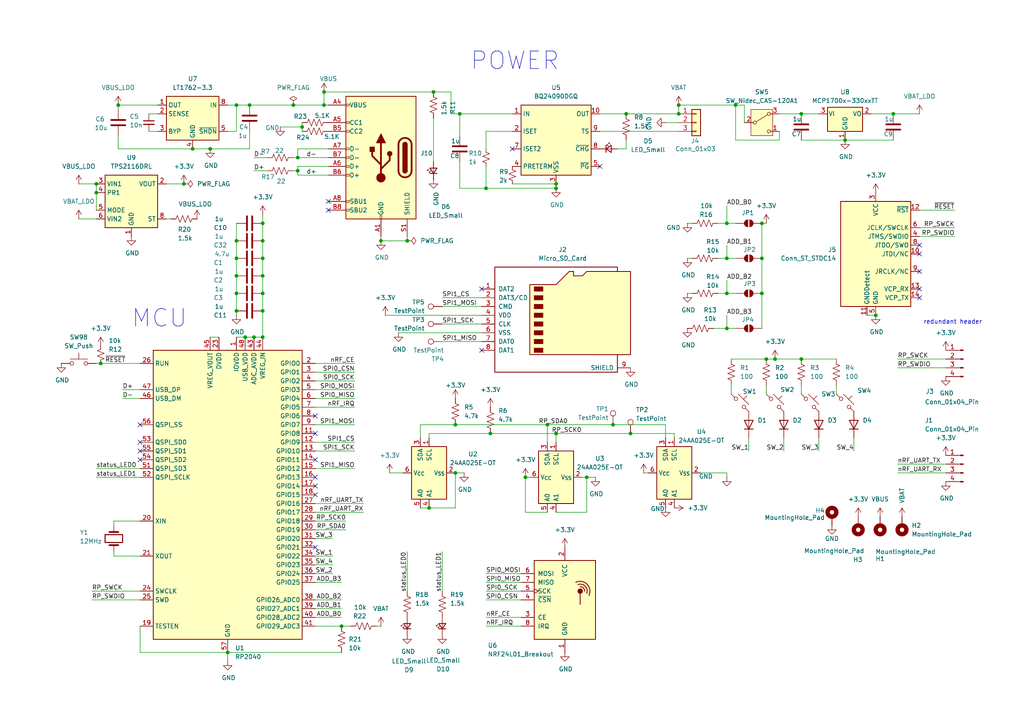
<source format=kicad_sch>
(kicad_sch (version 20250114) (generator "eeschema") (generator_version "9.0")
  (paper "A4")
  (text "POWER" (at 149.352 17.78 0) (effects (font (size 5.08 5.08))))
  (text "redundant header" (at 276.352 93.472 0) (effects (font (size 1.27 1.27))))
  (text "MCU" (at 46.228 92.456 0) (effects (font (size 5.08 5.08))))
  (junction (at 220.98 64.77))
  (junction (at 118.11 69.85))
  (junction (at 181.61 33.02))
  (junction (at 220.98 85.09))
  (junction (at 85.09 30.48))
  (junction (at 210.82 74.93))
  (junction (at 76.2 80.01))
  (junction (at 66.04 189.23))
  (junction (at 76.2 69.85))
  (junction (at 177.8 123.19))
  (junction (at 224.79 104.14))
  (junction (at 86.36 45.72))
  (junction (at 196.85 30.48))
  (junction (at 71.12 97.79))
  (junction (at 254 91.44))
  (junction (at 93.98 26.67))
  (junction (at 53.34 53.34))
  (junction (at 29.21 105.41))
  (junction (at 210.82 95.25))
  (junction (at 161.29 53.34))
  (junction (at 93.98 30.48))
  (junction (at 182.88 125.73))
  (junction (at 142.24 125.73))
  (junction (at 132.08 137.16))
  (junction (at 68.58 85.09))
  (junction (at 68.58 90.17))
  (junction (at 27.94 55.88))
  (junction (at 132.08 123.19))
  (junction (at 68.58 30.48))
  (junction (at 125.73 26.67))
  (junction (at 152.4 138.43))
  (junction (at 259.08 33.02))
  (junction (at 170.18 138.43))
  (junction (at 140.97 54.61))
  (junction (at 222.25 104.14))
  (junction (at 220.98 74.93))
  (junction (at 55.88 43.18))
  (junction (at 76.2 74.93))
  (junction (at 68.58 69.85))
  (junction (at 99.06 181.61))
  (junction (at 158.75 123.19))
  (junction (at 72.39 30.48))
  (junction (at 76.2 97.79))
  (junction (at 133.35 33.02))
  (junction (at 73.66 97.79))
  (junction (at 213.36 30.48))
  (junction (at 232.41 104.14))
  (junction (at 232.41 33.02))
  (junction (at 68.58 80.01))
  (junction (at 27.94 53.34))
  (junction (at 161.29 125.73))
  (junction (at 34.29 30.48))
  (junction (at 124.46 147.32))
  (junction (at 76.2 90.17))
  (junction (at 245.11 40.64))
  (junction (at 210.82 85.09))
  (junction (at 161.29 54.61))
  (junction (at 86.36 49.53))
  (junction (at 76.2 64.77))
  (junction (at 110.49 69.85))
  (junction (at 196.85 33.02))
  (junction (at 60.96 43.18))
  (junction (at 76.2 85.09))
  (junction (at 87.63 36.83))
  (junction (at 68.58 74.93))
  (junction (at 210.82 64.77))
  (no_connect (at 40.64 133.35))
  (no_connect (at 91.44 120.65))
  (no_connect (at 40.64 130.81))
  (no_connect (at 91.44 158.75))
  (no_connect (at 148.59 43.18))
  (no_connect (at 91.44 140.97))
  (no_connect (at 266.7 83.82))
  (no_connect (at 91.44 125.73))
  (no_connect (at 266.7 86.36))
  (no_connect (at 139.7 101.6))
  (no_connect (at 91.44 143.51))
  (no_connect (at 95.25 58.42))
  (no_connect (at 40.64 123.19))
  (no_connect (at 266.7 78.74))
  (no_connect (at 139.7 83.82))
  (no_connect (at 91.44 133.35))
  (no_connect (at 91.44 138.43))
  (no_connect (at 266.7 73.66))
  (no_connect (at 266.7 71.12))
  (no_connect (at 40.64 128.27))
  (no_connect (at 173.99 48.26))
  (no_connect (at 95.25 60.96))
  (wire (pts (xy 140.97 181.61) (xy 151.13 181.61)))
  (wire (pts (xy 99.06 181.61) (xy 91.44 181.61)))
  (wire (pts (xy 210.82 81.28) (xy 210.82 85.09)))
  (wire (pts (xy 100.33 153.67) (xy 91.44 153.67)))
  (wire (pts (xy 130.81 26.67) (xy 130.81 33.02)))
  (wire (pts (xy 66.04 38.1) (xy 68.58 38.1)))
  (wire (pts (xy 60.96 43.18) (xy 55.88 43.18)))
  (wire (pts (xy 173.99 33.02) (xy 181.61 33.02)))
  (wire (pts (xy 85.09 49.53) (xy 86.36 49.53)))
  (wire (pts (xy 113.03 137.16) (xy 116.84 137.16)))
  (wire (pts (xy 140.97 173.99) (xy 151.13 173.99)))
  (wire (pts (xy 105.41 146.05) (xy 91.44 146.05)))
  (wire (pts (xy 203.2 137.16) (xy 210.82 137.16)))
  (wire (pts (xy 213.36 30.48) (xy 213.36 40.64)))
  (wire (pts (xy 118.11 160.02) (xy 118.11 171.45)))
  (wire (pts (xy 161.29 54.61) (xy 161.29 53.34)))
  (wire (pts (xy 35.56 113.03) (xy 40.64 113.03)))
  (wire (pts (xy 72.39 30.48) (xy 85.09 30.48)))
  (wire (pts (xy 68.58 85.09) (xy 68.58 90.17)))
  (wire (pts (xy 124.46 127) (xy 124.46 125.73)))
  (wire (pts (xy 210.82 59.69) (xy 210.82 64.77)))
  (wire (pts (xy 76.2 64.77) (xy 76.2 69.85)))
  (wire (pts (xy 133.35 33.02) (xy 130.81 33.02)))
  (wire (pts (xy 60.96 97.79) (xy 63.5 97.79)))
  (wire (pts (xy 199.39 64.77) (xy 200.66 64.77)))
  (wire (pts (xy 86.36 43.18) (xy 86.36 45.72)))
  (wire (pts (xy 34.29 43.18) (xy 55.88 43.18)))
  (wire (pts (xy 66.04 191.77) (xy 66.04 189.23)))
  (wire (pts (xy 140.97 54.61) (xy 161.29 54.61)))
  (wire (pts (xy 99.06 176.53) (xy 91.44 176.53)))
  (wire (pts (xy 161.29 148.59) (xy 170.18 148.59)))
  (wire (pts (xy 213.36 74.93) (xy 210.82 74.93)))
  (wire (pts (xy 99.06 173.99) (xy 91.44 173.99)))
  (wire (pts (xy 86.36 50.8) (xy 86.36 49.53)))
  (wire (pts (xy 242.57 111.76) (xy 242.57 114.3)))
  (wire (pts (xy 170.18 148.59) (xy 170.18 138.43)))
  (wire (pts (xy 81.28 36.83) (xy 87.63 36.83)))
  (wire (pts (xy 128.27 86.36) (xy 139.7 86.36)))
  (wire (pts (xy 193.04 127) (xy 193.04 123.19)))
  (wire (pts (xy 86.36 43.18) (xy 95.25 43.18)))
  (wire (pts (xy 179.07 43.18) (xy 181.61 43.18)))
  (wire (pts (xy 215.9 30.48) (xy 215.9 35.56)))
  (wire (pts (xy 148.59 53.34) (xy 161.29 53.34)))
  (wire (pts (xy 181.61 33.02) (xy 196.85 33.02)))
  (wire (pts (xy 68.58 80.01) (xy 68.58 85.09)))
  (wire (pts (xy 232.41 104.14) (xy 242.57 104.14)))
  (wire (pts (xy 128.27 88.9) (xy 139.7 88.9)))
  (wire (pts (xy 177.8 123.19) (xy 193.04 123.19)))
  (wire (pts (xy 68.58 90.17) (xy 68.58 91.44)))
  (wire (pts (xy 102.87 123.19) (xy 91.44 123.19)))
  (wire (pts (xy 99.06 181.61) (xy 101.6 181.61)))
  (wire (pts (xy 118.11 69.85) (xy 110.49 69.85)))
  (wire (pts (xy 68.58 97.79) (xy 71.12 97.79)))
  (wire (pts (xy 152.4 148.59) (xy 152.4 138.43)))
  (wire (pts (xy 133.35 46.99) (xy 133.35 54.61)))
  (wire (pts (xy 181.61 40.64) (xy 181.61 43.18)))
  (wire (pts (xy 102.87 130.81) (xy 91.44 130.81)))
  (wire (pts (xy 33.02 151.13) (xy 33.02 152.4)))
  (wire (pts (xy 35.56 115.57) (xy 40.64 115.57)))
  (wire (pts (xy 66.04 30.48) (xy 68.58 30.48)))
  (wire (pts (xy 27.94 53.34) (xy 27.94 55.88)))
  (wire (pts (xy 76.2 80.01) (xy 76.2 85.09)))
  (wire (pts (xy 73.66 97.79) (xy 76.2 97.79)))
  (wire (pts (xy 140.97 166.37) (xy 151.13 166.37)))
  (wire (pts (xy 121.92 123.19) (xy 132.08 123.19)))
  (wire (pts (xy 140.97 38.1) (xy 148.59 38.1)))
  (wire (pts (xy 85.09 30.48) (xy 93.98 30.48)))
  (wire (pts (xy 125.73 46.99) (xy 125.73 34.29)))
  (wire (pts (xy 199.39 74.93) (xy 200.66 74.93)))
  (wire (pts (xy 208.28 85.09) (xy 210.82 85.09)))
  (wire (pts (xy 76.2 85.09) (xy 76.2 90.17)))
  (wire (pts (xy 118.11 68.58) (xy 118.11 69.85)))
  (wire (pts (xy 276.86 60.96) (xy 266.7 60.96)))
  (wire (pts (xy 196.85 33.02) (xy 196.85 30.48)))
  (wire (pts (xy 220.98 74.93) (xy 220.98 85.09)))
  (wire (pts (xy 124.46 125.73) (xy 142.24 125.73)))
  (wire (pts (xy 66.04 189.23) (xy 99.06 189.23)))
  (wire (pts (xy 99.06 168.91) (xy 91.44 168.91)))
  (wire (pts (xy 40.64 161.29) (xy 33.02 161.29)))
  (wire (pts (xy 72.39 38.1) (xy 72.39 43.18)))
  (wire (pts (xy 102.87 107.95) (xy 91.44 107.95)))
  (wire (pts (xy 195.58 125.73) (xy 195.58 127)))
  (wire (pts (xy 128.27 160.02) (xy 128.27 171.45)))
  (wire (pts (xy 121.92 147.32) (xy 124.46 147.32)))
  (wire (pts (xy 34.29 31.75) (xy 34.29 30.48)))
  (wire (pts (xy 158.75 148.59) (xy 152.4 148.59)))
  (wire (pts (xy 40.64 181.61) (xy 40.64 189.23)))
  (wire (pts (xy 133.35 33.02) (xy 133.35 39.37)))
  (wire (pts (xy 87.63 35.56) (xy 87.63 36.83)))
  (wire (pts (xy 102.87 118.11) (xy 91.44 118.11)))
  (wire (pts (xy 110.49 181.61) (xy 109.22 181.61)))
  (wire (pts (xy 93.98 26.67) (xy 125.73 26.67)))
  (wire (pts (xy 102.87 115.57) (xy 91.44 115.57)))
  (wire (pts (xy 196.85 30.48) (xy 213.36 30.48)))
  (wire (pts (xy 222.25 104.14) (xy 224.79 104.14)))
  (wire (pts (xy 276.86 68.58) (xy 266.7 68.58)))
  (wire (pts (xy 133.35 54.61) (xy 140.97 54.61)))
  (wire (pts (xy 102.87 113.03) (xy 91.44 113.03)))
  (wire (pts (xy 212.09 111.76) (xy 212.09 114.3)))
  (wire (pts (xy 86.36 45.72) (xy 85.09 45.72)))
  (wire (pts (xy 68.58 38.1) (xy 68.58 30.48)))
  (wire (pts (xy 210.82 74.93) (xy 208.28 74.93)))
  (wire (pts (xy 247.65 127) (xy 247.65 130.81)))
  (wire (pts (xy 125.73 26.67) (xy 130.81 26.67)))
  (wire (pts (xy 110.49 68.58) (xy 110.49 69.85)))
  (wire (pts (xy 76.2 69.85) (xy 76.2 74.93)))
  (wire (pts (xy 224.79 104.14) (xy 232.41 104.14)))
  (wire (pts (xy 68.58 30.48) (xy 72.39 30.48)))
  (wire (pts (xy 226.06 33.02) (xy 232.41 33.02)))
  (wire (pts (xy 140.97 171.45) (xy 151.13 171.45)))
  (wire (pts (xy 140.97 179.07) (xy 151.13 179.07)))
  (wire (pts (xy 86.36 48.26) (xy 95.25 48.26)))
  (wire (pts (xy 161.29 125.73) (xy 161.29 128.27)))
  (wire (pts (xy 170.18 138.43) (xy 172.72 138.43)))
  (wire (pts (xy 260.35 134.62) (xy 274.32 134.62)))
  (wire (pts (xy 152.4 138.43) (xy 153.67 138.43)))
  (wire (pts (xy 27.94 55.88) (xy 27.94 60.96)))
  (wire (pts (xy 210.82 64.77) (xy 213.36 64.77)))
  (wire (pts (xy 260.35 106.68) (xy 274.32 106.68)))
  (wire (pts (xy 71.12 97.79) (xy 73.66 97.79)))
  (wire (pts (xy 260.35 104.14) (xy 274.32 104.14)))
  (wire (pts (xy 237.49 130.81) (xy 237.49 127)))
  (wire (pts (xy 68.58 69.85) (xy 68.58 74.93)))
  (wire (pts (xy 199.39 85.09) (xy 200.66 85.09)))
  (wire (pts (xy 43.18 33.02) (xy 45.72 33.02)))
  (wire (pts (xy 34.29 30.48) (xy 45.72 30.48)))
  (wire (pts (xy 26.67 173.99) (xy 40.64 173.99)))
  (wire (pts (xy 142.24 125.73) (xy 161.29 125.73)))
  (wire (pts (xy 27.94 105.41) (xy 29.21 105.41)))
  (wire (pts (xy 73.66 49.53) (xy 77.47 49.53)))
  (wire (pts (xy 27.94 138.43) (xy 40.64 138.43)))
  (wire (pts (xy 48.26 53.34) (xy 53.34 53.34)))
  (wire (pts (xy 232.41 111.76) (xy 232.41 114.3)))
  (wire (pts (xy 210.82 137.16) (xy 210.82 138.43)))
  (wire (pts (xy 72.39 43.18) (xy 60.96 43.18)))
  (wire (pts (xy 68.58 74.93) (xy 68.58 80.01)))
  (wire (pts (xy 86.36 48.26) (xy 86.36 49.53)))
  (wire (pts (xy 34.29 39.37) (xy 34.29 43.18)))
  (wire (pts (xy 93.98 30.48) (xy 95.25 30.48)))
  (wire (pts (xy 210.82 71.12) (xy 210.82 74.93)))
  (wire (pts (xy 276.86 66.04) (xy 266.7 66.04)))
  (wire (pts (xy 210.82 85.09) (xy 213.36 85.09)))
  (wire (pts (xy 207.01 95.25) (xy 210.82 95.25)))
  (wire (pts (xy 33.02 161.29) (xy 33.02 160.02)))
  (wire (pts (xy 213.36 30.48) (xy 215.9 30.48)))
  (wire (pts (xy 217.17 130.81) (xy 217.17 127)))
  (wire (pts (xy 128.27 99.06) (xy 139.7 99.06)))
  (wire (pts (xy 86.36 50.8) (xy 95.25 50.8)))
  (wire (pts (xy 29.21 105.41) (xy 40.64 105.41)))
  (wire (pts (xy 132.08 137.16) (xy 134.62 137.16)))
  (wire (pts (xy 96.52 156.21) (xy 91.44 156.21)))
  (wire (pts (xy 102.87 128.27) (xy 91.44 128.27)))
  (wire (pts (xy 77.47 45.72) (xy 73.66 45.72)))
  (wire (pts (xy 102.87 135.89) (xy 91.44 135.89)))
  (wire (pts (xy 182.88 125.73) (xy 195.58 125.73)))
  (wire (pts (xy 26.67 171.45) (xy 40.64 171.45)))
  (wire (pts (xy 193.04 35.56) (xy 196.85 35.56)))
  (wire (pts (xy 158.75 123.19) (xy 177.8 123.19)))
  (wire (pts (xy 76.2 74.93) (xy 76.2 80.01)))
  (wire (pts (xy 226.06 40.64) (xy 213.36 40.64)))
  (wire (pts (xy 132.08 123.19) (xy 158.75 123.19)))
  (wire (pts (xy 251.46 91.44) (xy 254 91.44)))
  (wire (pts (xy 161.29 125.73) (xy 182.88 125.73)))
  (wire (pts (xy 128.27 93.98) (xy 139.7 93.98)))
  (wire (pts (xy 99.06 179.07) (xy 91.44 179.07)))
  (wire (pts (xy 76.2 62.23) (xy 76.2 64.77)))
  (wire (pts (xy 148.59 33.02) (xy 133.35 33.02)))
  (wire (pts (xy 93.98 26.67) (xy 93.98 30.48)))
  (wire (pts (xy 105.41 148.59) (xy 91.44 148.59)))
  (wire (pts (xy 220.98 64.77) (xy 220.98 74.93)))
  (wire (pts (xy 49.53 63.5) (xy 48.26 63.5)))
  (wire (pts (xy 173.99 38.1) (xy 196.85 38.1)))
  (wire (pts (xy 96.52 166.37) (xy 91.44 166.37)))
  (wire (pts (xy 22.86 53.34) (xy 27.94 53.34)))
  (wire (pts (xy 115.57 96.52) (xy 139.7 96.52)))
  (wire (pts (xy 68.58 64.77) (xy 68.58 69.85)))
  (wire (pts (xy 124.46 147.32) (xy 132.08 147.32)))
  (wire (pts (xy 132.08 147.32) (xy 132.08 137.16)))
  (wire (pts (xy 210.82 91.44) (xy 210.82 95.25)))
  (wire (pts (xy 111.76 91.44) (xy 139.7 91.44)))
  (wire (pts (xy 87.63 36.83) (xy 87.63 38.1)))
  (wire (pts (xy 27.94 135.89) (xy 40.64 135.89)))
  (wire (pts (xy 210.82 95.25) (xy 213.36 95.25)))
  (wire (pts (xy 76.2 90.17) (xy 76.2 97.79)))
  (wire (pts (xy 245.11 40.64) (xy 259.08 40.64)))
  (wire (pts (xy 232.41 33.02) (xy 237.49 33.02)))
  (wire (pts (xy 95.25 45.72) (xy 86.36 45.72)))
  (wire (pts (xy 227.33 130.81) (xy 227.33 127)))
  (wire (pts (xy 222.25 64.77) (xy 220.98 64.77)))
  (wire (pts (xy 140.97 43.18) (xy 140.97 38.1)))
  (wire (pts (xy 102.87 110.49) (xy 91.44 110.49)))
  (wire (pts (xy 260.35 137.16) (xy 274.32 137.16)))
  (wire (pts (xy 158.75 123.19) (xy 158.75 128.27)))
  (wire (pts (xy 226.06 38.1) (xy 226.06 40.64)))
  (wire (pts (xy 222.25 111.76) (xy 222.25 114.3)))
  (wire (pts (xy 186.69 137.16) (xy 187.96 137.16)))
  (wire (pts (xy 102.87 105.41) (xy 91.44 105.41)))
  (wire (pts (xy 43.18 38.1) (xy 45.72 38.1)))
  (wire (pts (xy 40.64 189.23) (xy 66.04 189.23)))
  (wire (pts (xy 140.97 48.26) (xy 140.97 54.61)))
  (wire (pts (xy 96.52 161.29) (xy 91.44 161.29)))
  (wire (pts (xy 212.09 104.14) (xy 222.25 104.14)))
  (wire (pts (xy 252.73 33.02) (xy 259.08 33.02)))
  (wire (pts (xy 100.33 151.13) (xy 91.44 151.13)))
  (wire (pts (xy 232.41 40.64) (xy 245.11 40.64)))
  (wire (pts (xy 168.91 138.43) (xy 170.18 138.43)))
  (wire (pts (xy 22.86 63.5) (xy 27.94 63.5)))
  (wire (pts (xy 220.98 85.09) (xy 220.98 95.25)))
  (wire (pts (xy 96.52 163.83) (xy 91.44 163.83)))
  (wire (pts (xy 121.92 123.19) (xy 121.92 127)))
  (wire (pts (xy 140.97 168.91) (xy 151.13 168.91)))
  (wire (pts (xy 208.28 64.77) (xy 210.82 64.77)))
  (wire (pts (xy 266.7 33.02) (xy 259.08 33.02)))
  (wire (pts (xy 40.64 151.13) (xy 33.02 151.13)))
  (label "status_LED1" (at 128.27 160.02 270))
  (label "SPI0_MOSI" (at 140.97 166.37 0))
  (label "RP_SWCK" (at 260.35 104.14 0))
  (label "d-" (at 88.9 45.72 0))
  (label "RP_SWDIO" (at 26.67 173.99 0))
  (label "status_LED1" (at 27.94 138.43 0))
  (label "SPI1_CS" (at 128.27 86.36 0))
  (label "SPI0_SCK" (at 102.87 110.49 180))
  (label "SW_1" (at 96.52 161.29 180))
  (label "D-" (at 35.56 115.57 0))
  (label "ADD_B0" (at 99.06 179.07 180))
  (label "RP_SWDIO" (at 276.86 68.58 180))
  (label "~{RESET}" (at 276.86 60.96 180))
  (label "SPI0_CSN" (at 140.97 173.99 0))
  (label "nRF_IRQ" (at 140.97 181.61 0))
  (label "~{RESET}" (at 30.48 105.41 0))
  (label "SPI0_CSN" (at 102.87 107.95 180))
  (label "D-" (at 73.66 45.72 0))
  (label "SPI1_MOSI" (at 102.87 123.19 180))
  (label "d+" (at 88.9 50.8 0))
  (label "nRF_UART_TX" (at 260.35 134.62 0))
  (label "ADD_B1" (at 99.06 176.53 180))
  (label "RP_SWCK" (at 26.67 171.45 0))
  (label "ADD_B0" (at 210.82 59.69 0))
  (label "RP_SWDIO" (at 260.35 106.68 0))
  (label "SPI0_SCK" (at 140.97 171.45 0))
  (label "status_LED0" (at 27.94 135.89 0))
  (label "D+" (at 35.56 113.03 0))
  (label "RP_SDA0" (at 100.33 153.67 180))
  (label "SW_3" (at 237.49 130.81 180))
  (label "ADD_B1" (at 210.82 71.12 0))
  (label "RP_SWCK" (at 276.86 66.04 180))
  (label "SPI1_MISO" (at 102.87 135.89 180))
  (label "SW_3" (at 96.52 156.21 180))
  (label "SPI0_MISO" (at 102.87 115.57 180))
  (label "SW_1" (at 217.17 130.81 180))
  (label "D+" (at 73.66 49.53 0))
  (label "nRF_UART_RX" (at 105.41 148.59 180))
  (label "SW_2" (at 227.33 130.81 180))
  (label "SPI1_SCK" (at 102.87 130.81 180))
  (label "status_LED0" (at 118.11 160.02 270))
  (label "ADD_B2" (at 99.06 173.99 180))
  (label "ADD_B3" (at 99.06 168.91 180))
  (label "RP_SCK0" (at 160.02 125.73 0))
  (label "ADD_B3" (at 210.82 91.44 0))
  (label "SW_4" (at 96.52 163.83 180))
  (label "SW_4" (at 247.65 130.81 180))
  (label "SPI1_MISO" (at 128.27 99.06 0))
  (label "SPI0_MOSI" (at 102.87 113.03 180))
  (label "nRF_CE" (at 140.97 179.07 0))
  (label "SPI1_SCK" (at 128.27 93.98 0))
  (label "SPI0_MISO" (at 140.97 168.91 0))
  (label "RP_SCK0" (at 100.33 151.13 180))
  (label "nRF_UART_RX" (at 260.35 137.16 0))
  (label "RP_SDA0" (at 156.21 123.19 0))
  (label "nRF_UART_TX" (at 105.41 146.05 180))
  (label "SW_2" (at 96.52 166.37 180))
  (label "ADD_B2" (at 210.82 81.28 0))
  (label "SPI1_MOSI" (at 128.27 88.9 0))
  (label "SPI1_CS" (at 102.87 128.27 180))
  (label "nRF_CE" (at 102.87 105.41 180))
  (label "nRF_IRQ" (at 102.87 118.11 180))
  (symbol (lib_id "Switch:SW_Push") (at 22.86 105.41 0) (mirror y) (unit 1)
    (property "Reference" "SW98" (at 22.86 97.79 0))
    (property "Value" "SW_Push" (at 22.86 100.33 0))
    (property "Footprint" "ScottoKeebs_Miscellaneous:SW_DIP_SPSTx01_Slide_6.7x4.1mm_W6.73mm_P2.54mm_LowProfile_JPin" (effects (hide yes)))
    (property "Description" "Push button switch, generic, two pins" (effects (hide yes)))
    (property "LCSC" "C720477" (effects (hide yes)))
  )
  (symbol (lib_id "Switch:SW_Push_45deg") (at 224.79 116.84 0) (unit 1)
    (property "Reference" "SW2" (at 228.346 113.03 0))
    (property "Value" "`" (effects (hide yes)))
    (property "Footprint" "ScottoKeebs_MX:MX_PCB_1.00u" (effects (hide yes)))
    (property "Description" "Push button switch, normally open, two pins, 45° tilted" (effects (hide yes)))
    (property "LCSC" "C41430893" (effects (hide yes)))
  )
  (symbol (lib_id "power:+3.3V") (at 76.2 62.23 0) (unit 1)
    (property "Reference" "#PWR04" (effects (hide yes)))
    (property "Value" "+3.3V" (at 76.2 57.15 0))
    (property "Description" "Power symbol creates a global label with name \"+3.3V\"" (effects (hide yes)))
  )
  (symbol (lib_id "power:+3.3V") (at 29.21 100.33 0) (unit 1)
    (property "Reference" "#PWR023" (effects (hide yes)))
    (property "Value" "+3.3V" (at 29.21 95.25 0))
    (property "Description" "Power symbol creates a global label with name \"+3.3V\"" (effects (hide yes)))
  )
  (symbol (lib_id "Mechanical:MountingHole_Pad") (at 261.62 152.4 180) (unit 1) (in_bom no)
    (property "Reference" "H2" (at 264.414 152.4 0) (effects (justify right)))
    (property "Value" "MountingHole_Pad" (at 264.414 154.94 0) (effects (justify right)))
    (property "Footprint" "MountingHole:MountingHole_2.2mm_M2_Pad_Via" (effects (hide yes)))
    (property "Description" "Mounting Hole with connection" (effects (hide yes)))
  )
  (symbol (lib_id "power:VBUS") (at 93.98 26.67 0) (unit 1)
    (property "Reference" "#PWR07" (effects (hide yes)))
    (property "Value" "VBUS" (at 95.25 22.86 0))
    (property "Description" "Power symbol creates a global label with name \"VBUS\"" (effects (hide yes)))
  )
  (symbol (lib_id "power:GND") (at 182.88 106.68 0) (mirror y) (unit 1)
    (property "Reference" "#PWR014" (effects (hide yes)))
    (property "Value" "GND" (at 183.134 111.506 0))
    (property "Description" "Power symbol creates a global label with name \"GND\" , ground" (effects (hide yes)))
  )
  (symbol (lib_id "Device:C") (at 72.39 34.29 0) (mirror x) (unit 1)
    (property "Reference" "C4" (at 69.342 36.83 0) (effects (justify left)))
    (property "Value" "1u" (at 69.088 39.37 0) (effects (justify left)))
    (property "Footprint" "Capacitor_SMD:C_0603_1608Metric" (effects (hide yes)))
    (property "Description" "Unpolarized capacitor" (effects (hide yes)))
    (property "LCSC" "C14858" (effects (hide yes)))
  )
  (symbol (lib_id "Device:C") (at 72.39 64.77 90) (mirror x) (unit 1)
    (property "Reference" "C10" (at 61.976 66.04 90) (effects (justify right)))
    (property "Value" "1u" (at 62.23 63.5 90) (effects (justify right)))
    (property "Footprint" "Capacitor_SMD:C_0603_1608Metric" (effects (hide yes)))
    (property "Description" "Unpolarized capacitor" (effects (hide yes)))
    (property "LCSC" "C14858" (effects (hide yes)))
  )
  (symbol (lib_id "Regulator_Linear:LT1762-3.3") (at 55.88 35.56 0) (mirror y) (unit 1)
    (property "Reference" "U7" (at 55.88 22.86 0))
    (property "Value" "LT1762-3.3" (at 55.88 25.4 0))
    (property "Footprint" "Package_SO:MSOP-8_3x3mm_P0.65mm" (effects (hide yes)))
    (property "Datasheet" "https://www.analog.com/media/en/technical-documentation/data-sheets/LT1762.pdf" (effects (hide yes)))
    (property "Description" "3.3V, 150mA, Low Noise, Micropower LDO Regulator, MSOP-8" (effects (hide yes)))
  )
  (symbol (lib_id "Connector:TestPoint") (at 128.27 93.98 90) (unit 1)
    (property "Reference" "TP3" (at 123.19 92.71 90) (effects (justify left)))
    (property "Value" "TestPoint" (at 123.19 95.25 90) (effects (justify left)))
    (property "Footprint" "TestPoint:TestPoint_Keystone_5010-5014_Multipurpose" (effects (hide yes)))
    (property "Description" "test point" (effects (hide yes)))
  )
  (symbol (lib_id "Jumper:SolderJumper_2_Open") (at 217.17 64.77 0) (unit 1) (in_bom no)
    (property "Reference" "JP1" (at 216.916 61.722 0))
    (property "Value" "SolderJumper_2_Open" (effects (hide yes)))
    (property "Footprint" "Jumper:SolderJumper-2_P1.3mm_Open_RoundedPad1.0x1.5mm" (effects (hide yes)))
    (property "Description" "Solder Jumper, 2-pole, open" (effects (hide yes)))
  )
  (symbol (lib_id "Connector:Conn_01x04_Pin") (at 279.4 104.14 0) (mirror y) (unit 1)
    (property "Reference" "J3" (at 268.478 113.538 0) (effects (justify right)))
    (property "Value" "Conn_01x04_Pin" (at 268.224 116.586 0) (effects (justify right)))
    (property "Footprint" "Connector_PinHeader_2.54mm:PinHeader_1x04_P2.54mm_Vertical" (effects (hide yes)))
    (property "Description" "Generic connector, single row, 01x04, script generated" (effects (hide yes)))
  )
  (symbol (lib_id "Mechanical:MountingHole_Pad") (at 255.27 152.4 180) (unit 1) (in_bom no)
    (property "Reference" "H1" (at 255.27 162.052 0))
    (property "Value" "MountingHole_Pad" (at 262.636 160.02 0))
    (property "Footprint" "MountingHole:MountingHole_2.2mm_M2_Pad_Via" (effects (hide yes)))
    (property "Description" "Mounting Hole with connection" (effects (hide yes)))
  )
  (symbol (lib_id "Device:R_US") (at 132.08 119.38 0) (unit 1)
    (property "Reference" "R5" (at 134.62 118.1099 0) (effects (justify left)))
    (property "Value" "4.7k" (at 134.62 120.6499 0) (effects (justify left)))
    (property "Footprint" "Resistor_SMD:R_0603_1608Metric" (effects (hide yes)))
    (property "Description" "Resistor, US symbol" (effects (hide yes)))
  )
  (symbol (lib_id "Device:R_Small_US") (at 29.21 102.87 0) (mirror y) (unit 1)
    (property "Reference" "R12" (at 31.496 101.346 0) (effects (justify right)))
    (property "Value" "10k" (at 31.496 98.806 0) (effects (justify right)))
    (property "Footprint" "Resistor_SMD:R_0603_1608Metric" (effects (hide yes)))
    (property "Description" "Resistor, small US symbol" (effects (hide yes)))
    (property "LCSC" "C25804" (effects (hide yes)))
  )
  (symbol (lib_id "Connector_Generic:Conn_01x03") (at 201.93 35.56 0) (unit 1)
    (property "Reference" "J4" (at 200.406 40.894 0) (effects (justify left)))
    (property "Value" "Conn_01x03" (at 195.834 43.18 0) (effects (justify left)))
    (property "Footprint" "Connector_JST:JST_ZH_B3B-ZR_1x03_P1.50mm_Vertical" (effects (hide yes)))
    (property "Description" "Generic connector, single row, 01x03, script generated (kicad-library-utils/schlib/autogen/connector/)" (effects (hide yes)))
    (property "LCSC" "C514175" (effects (hide yes)))
  )
  (symbol (lib_id "Device:LED_Small") (at 125.73 49.53 90) (unit 1)
    (property "Reference" "D6" (at 129.286 59.944 90))
    (property "Value" "LED_Small" (at 129.286 62.484 90))
    (property "Footprint" "LED_THT:LED_D5.0mm" (effects (hide yes)))
    (property "Description" "Light emitting diode, small symbol" (effects (hide yes)))
    (property "Sim.Pin" "1=K 2=A" (effects (hide yes)))
  )
  (symbol (lib_id "power:+3.3V") (at 132.08 115.57 0) (unit 1)
    (property "Reference" "#PWR012" (effects (hide yes)))
    (property "Value" "+3.3V" (at 132.08 111.76 0))
    (property "Description" "Power symbol creates a global label with name \"+3.3V\"" (effects (hide yes)))
  )
  (symbol (lib_id "power:GND") (at 68.58 91.44 0) (mirror y) (unit 1)
    (property "Reference" "#PWR029" (effects (hide yes)))
    (property "Value" "GND" (at 68.834 96.266 0))
    (property "Description" "Power symbol creates a global label with name \"GND\" , ground" (effects (hide yes)))
  )
  (symbol (lib_id "power:+3.3V") (at 53.34 53.34 0) (unit 1)
    (property "Reference" "#PWR09" (effects (hide yes)))
    (property "Value" "+3.3V" (at 53.34 48.26 0))
    (property "Description" "Power symbol creates a global label with name \"+3.3V\"" (effects (hide yes)))
  )
  (symbol (lib_id "power:GND") (at 199.39 85.09 0) (mirror y) (unit 1)
    (property "Reference" "#PWR041" (effects (hide yes)))
    (property "Value" "GND" (at 199.644 89.916 0))
    (property "Description" "Power symbol creates a global label with name \"GND\" , ground" (effects (hide yes)))
  )
  (symbol (lib_id "power:GND") (at 274.32 109.22 0) (mirror y) (unit 1)
    (property "Reference" "#PWR030" (effects (hide yes)))
    (property "Value" "GND" (at 274.574 114.046 0))
    (property "Description" "Power symbol creates a global label with name \"GND\" , ground" (effects (hide yes)))
  )
  (symbol (lib_id "power:VDD") (at 196.85 30.48 0) (unit 1)
    (property "Reference" "#PWR031" (effects (hide yes)))
    (property "Value" "VBAT" (at 196.85 25.4 0))
    (property "Description" "Power symbol creates a global label with name \"VDD\"" (effects (hide yes)))
  )
  (symbol (lib_id "Connector:Conn_01x04_Pin") (at 279.4 134.62 0) (mirror y) (unit 1)
    (property "Reference" "J1" (at 268.224 121.92 0) (effects (justify right)))
    (property "Value" "Conn_01x04_Pin" (at 268.224 124.46 0) (effects (justify right)))
    (property "Footprint" "Connector_JST:JST_PH_B4B-PH-K_1x04_P2.00mm_Vertical" (effects (hide yes)))
    (property "Description" "Generic connector, single row, 01x04, script generated" (effects (hide yes)))
  )
  (symbol (lib_id "power:GND") (at 161.29 54.61 0) (mirror y) (unit 1)
    (property "Reference" "#PWR033" (effects (hide yes)))
    (property "Value" "GND" (at 161.544 59.436 0))
    (property "Description" "Power symbol creates a global label with name \"GND\" , ground" (effects (hide yes)))
  )
  (symbol (lib_id "Memory_EEPROM:24AA025E-OT") (at 124.46 137.16 90) (unit 1)
    (property "Reference" "U2" (at 137.16 131.7146 90))
    (property "Value" "24AA025E-OT" (at 137.16 134.2546 90))
    (property "Footprint" "Package_TO_SOT_SMD:SOT-23-6" (effects (hide yes)))
    (property "Datasheet" "https://ww1.microchip.com/downloads/aemDocuments/documents/MPD/ProductDocuments/DataSheets/2-Kbit-I2C-Serial-EEPROMs-+EUI-48-or-EUI-64-Node-20002124.pdf" (effects (hide yes)))
    (property "Description" "I2C Serial EEPROM with EUI-48 or EUI-64, 2Kb, SOT-23-6" (effects (hide yes)))
  )
  (symbol (lib_id "Device:R_US") (at 99.06 185.42 0) (unit 1)
    (property "Reference" "R21" (at 101.092 185.42 0) (effects (justify left)))
    (property "Value" "10k" (at 101.092 187.96 0) (effects (justify left)))
    (property "Footprint" "Resistor_SMD:R_0603_1608Metric" (effects (hide yes)))
    (property "Description" "Resistor, US symbol" (effects (hide yes)))
  )
  (symbol (lib_id "power:GND") (at 199.39 95.25 0) (mirror y) (unit 1)
    (property "Reference" "#PWR039" (effects (hide yes)))
    (property "Value" "GND" (at 199.644 100.076 0))
    (property "Description" "Power symbol creates a global label with name \"GND\" , ground" (effects (hide yes)))
  )
  (symbol (lib_id "Device:C") (at 72.39 80.01 90) (mirror x) (unit 1)
    (property "Reference" "C2" (at 61.976 81.28 90) (effects (justify right)))
    (property "Value" "1u" (at 62.23 78.74 90) (effects (justify right)))
    (property "Footprint" "Capacitor_SMD:C_0603_1608Metric" (effects (hide yes)))
    (property "Description" "Unpolarized capacitor" (effects (hide yes)))
    (property "LCSC" "C14858" (effects (hide yes)))
  )
  (symbol (lib_id "power:+3.3V") (at 34.29 30.48 0) (unit 1)
    (property "Reference" "#PWR019" (effects (hide yes)))
    (property "Value" "VBUS_LDO" (at 34.29 25.4 0))
    (property "Description" "Power symbol creates a global label with name \"+3.3V\"" (effects (hide yes)))
  )
  (symbol (lib_id "Device:R_US") (at 118.11 175.26 0) (unit 1)
    (property "Reference" "R18" (at 120.396 172.466 0) (effects (justify left)))
    (property "Value" "1.5k" (at 120.396 175.006 0) (effects (justify left)))
    (property "Footprint" "Resistor_SMD:R_0603_1608Metric" (effects (hide yes)))
    (property "Description" "Resistor, US symbol" (effects (hide yes)))
  )
  (symbol (lib_id "power:GND") (at 199.39 74.93 0) (mirror y) (unit 1)
    (property "Reference" "#PWR042" (effects (hide yes)))
    (property "Value" "GND" (at 199.644 79.756 0))
    (property "Description" "Power symbol creates a global label with name \"GND\" , ground" (effects (hide yes)))
  )
  (symbol (lib_id "power:GND") (at 110.49 69.85 0) (mirror y) (unit 1)
    (property "Reference" "#PWR040" (effects (hide yes)))
    (property "Value" "GND" (at 110.744 74.676 0))
    (property "Description" "Power symbol creates a global label with name \"GND\" , ground" (effects (hide yes)))
  )
  (symbol (lib_id "Device:LED_Small") (at 176.53 43.18 0) (unit 1)
    (property "Reference" "D5" (at 187.96 40.894 0))
    (property "Value" "LED_Small" (at 187.96 43.434 0))
    (property "Footprint" "LED_THT:LED_D5.0mm" (effects (hide yes)))
    (property "Description" "Light emitting diode, small symbol" (effects (hide yes)))
    (property "Sim.Pin" "1=K 2=A" (effects (hide yes)))
  )
  (symbol (lib_id "Device:C") (at 72.39 85.09 90) (mirror x) (unit 1)
    (property "Reference" "C3" (at 61.976 86.36 90) (effects (justify right)))
    (property "Value" "1u" (at 62.23 83.82 90) (effects (justify right)))
    (property "Footprint" "Capacitor_SMD:C_0603_1608Metric" (effects (hide yes)))
    (property "Description" "Unpolarized capacitor" (effects (hide yes)))
    (property "LCSC" "C14858" (effects (hide yes)))
  )
  (symbol (lib_id "power:GND") (at 66.04 191.77 0) (mirror y) (unit 1)
    (property "Reference" "#PWR02" (effects (hide yes)))
    (property "Value" "GND" (at 66.294 196.596 0))
    (property "Description" "Power symbol creates a global label with name \"GND\" , ground" (effects (hide yes)))
  )
  (symbol (lib_id "power:PWR_FLAG") (at 118.11 69.85 270) (unit 1)
    (property "Reference" "#FLG03" (effects (hide yes)))
    (property "Value" "PWR_FLAG" (at 121.92 69.8499 90) (effects (justify left)))
    (property "Description" "Special symbol for telling ERC where power comes from" (effects (hide yes)))
  )
  (symbol (lib_id "Connector:TestPoint") (at 128.27 99.06 90) (unit 1)
    (property "Reference" "TP4" (at 128.778 104.14 90) (effects (justify left)))
    (property "Value" "TestPoint" (at 128.778 101.6 90) (effects (justify left)))
    (property "Footprint" "TestPoint:TestPoint_Keystone_5010-5014_Multipurpose" (effects (hide yes)))
    (property "Description" "test point" (effects (hide yes)))
  )
  (symbol (lib_id "power:GND") (at 245.11 40.64 0) (mirror y) (unit 1)
    (property "Reference" "#PWR018" (effects (hide yes)))
    (property "Value" "GND" (at 245.364 45.466 0))
    (property "Description" "Power symbol creates a global label with name \"GND\" , ground" (effects (hide yes)))
  )
  (symbol (lib_id "power:GND") (at 118.11 184.15 0) (mirror y) (unit 1)
    (property "Reference" "#PWR037" (effects (hide yes)))
    (property "Value" "GND" (at 118.364 188.976 0))
    (property "Description" "Power symbol creates a global label with name \"GND\" , ground" (effects (hide yes)))
  )
  (symbol (lib_id "power:GND") (at 193.04 35.56 270) (mirror x) (unit 1)
    (property "Reference" "#PWR034" (effects (hide yes)))
    (property "Value" "GND" (at 188.214 35.814 0))
    (property "Description" "Power symbol creates a global label with name \"GND\" , ground" (effects (hide yes)))
  )
  (symbol (lib_id "Device:R_US") (at 222.25 107.95 0) (unit 1)
    (property "Reference" "R2" (at 224.79 106.6799 0) (effects (justify left)))
    (property "Value" "100" (at 224.79 109.2199 0) (effects (justify left)))
    (property "Footprint" "Resistor_SMD:R_0402_1005Metric" (effects (hide yes)))
    (property "Description" "Resistor, US symbol" (effects (hide yes)))
  )
  (symbol (lib_id "Jumper:SolderJumper_2_Open") (at 217.17 95.25 0) (unit 1) (in_bom no)
    (property "Reference" "JP4" (at 216.916 92.71 0))
    (property "Value" "SolderJumper_2_Open" (effects (hide yes)))
    (property "Footprint" "Jumper:SolderJumper-2_P1.3mm_Open_RoundedPad1.0x1.5mm" (effects (hide yes)))
    (property "Description" "Solder Jumper, 2-pole, open" (effects (hide yes)))
  )
  (symbol (lib_id "power:PWR_FLAG") (at 53.34 53.34 270) (unit 1)
    (property "Reference" "#FLG02" (effects (hide yes)))
    (property "Value" "PWR_FLAG" (at 57.15 53.3399 90) (effects (justify left)))
    (property "Description" "Special symbol for telling ERC where power comes from" (effects (hide yes)))
  )
  (symbol (lib_id "power:GND") (at 125.73 52.07 0) (mirror y) (unit 1)
    (property "Reference" "#PWR08" (effects (hide yes)))
    (property "Value" "GND" (at 126.492 57.658 90))
    (property "Description" "Power symbol creates a global label with name \"GND\" , ground" (effects (hide yes)))
  )
  (symbol (lib_id "power:+3.3V") (at 222.25 64.77 0) (unit 1)
    (property "Reference" "#PWR027" (effects (hide yes)))
    (property "Value" "+3.3V" (at 222.25 59.69 0))
    (property "Description" "Power symbol creates a global label with name \"+3.3V\"" (effects (hide yes)))
  )
  (symbol (lib_id "power:+3.3V") (at 22.86 63.5 0) (unit 1)
    (property "Reference" "#PWR046" (effects (hide yes)))
    (property "Value" "VBAT_LDO" (at 22.86 58.42 0))
    (property "Description" "Power symbol creates a global label with name \"+3.3V\"" (effects (hide yes)))
  )
  (symbol (lib_id "Connector:Micro_SD_Card") (at 162.56 91.44 0) (unit 1)
    (property "Reference" "J2" (at 163.195 72.39 0))
    (property "Value" "Micro_SD_Card" (at 163.195 74.93 0))
    (property "Footprint" "Connector_Card:microSD_HC_Molex_47219-2001" (effects (hide yes)))
    (property "Datasheet" "https://www.we-online.com/components/products/datasheet/693072010801.pdf" (effects (hide yes)))
    (property "Description" "Micro SD Card Socket" (effects (hide yes)))
  )
  (symbol (lib_id "Device:D") (at 237.49 123.19 90) (unit 1)
    (property "Reference" "D3" (at 240.03 121.9199 90) (effects (justify right)))
    (property "Value" "1" (effects (hide yes)))
    (property "Footprint" "ScottoKeebs_Components:Diode_SOD-123" (effects (hide yes)))
    (property "Description" "Diode" (effects (hide yes)))
    (property "Sim.Device" "D" (effects (hide yes)))
    (property "Sim.Pins" "1=K 2=A" (effects (hide yes)))
    (property "LCSC" "C917030" (effects (hide yes)))
  )
  (symbol (lib_id "RF:NRF24L01_Breakout") (at 163.83 173.99 0) (unit 1)
    (property "Reference" "U6" (at 141.478 187.198 0) (effects (justify left)))
    (property "Value" "NRF24L01_Breakout" (at 141.478 189.738 0) (effects (justify left)))
    (property "Footprint" "RF_Module:nRF24L01_Breakout" (effects (hide yes)))
    (property "Datasheet" "http://www.nordicsemi.com/eng/content/download/2730/34105/file/nRF24L01_Product_Specification_v2_0.pdf" (effects (hide yes)))
    (property "Description" "Ultra low power 2.4GHz RF Transceiver, Carrier PCB" (effects (hide yes)))
  )
  (symbol (lib_id "Device:C") (at 133.35 43.18 0) (mirror y) (unit 1)
    (property "Reference" "C8" (at 130.556 45.212 0) (effects (justify right)))
    (property "Value" "1u" (at 130.81 40.894 0) (effects (justify right)))
    (property "Footprint" "Capacitor_SMD:C_0603_1608Metric" (effects (hide yes)))
    (property "Description" "Unpolarized capacitor" (effects (hide yes)))
    (property "LCSC" "C15849" (effects (hide yes)))
  )
  (symbol (lib_id "power:+3.3V") (at 266.7 33.02 0) (unit 1)
    (property "Reference" "#PWR038" (effects (hide yes)))
    (property "Value" "VBAT_LDO" (at 266.7 27.94 0))
    (property "Description" "Power symbol creates a global label with name \"+3.3V\"" (effects (hide yes)))
  )
  (symbol (lib_id "power:+3.3V") (at 111.76 91.44 0) (unit 1)
    (property "Reference" "#PWR03" (effects (hide yes)))
    (property "Value" "+3.3V" (at 111.76 86.36 0))
    (property "Description" "Power symbol creates a global label with name \"+3.3V\"" (effects (hide yes)))
  )
  (symbol (lib_id "power:GND") (at 134.62 137.16 0) (mirror y) (unit 1)
    (property "Reference" "#PWR022" (effects (hide yes)))
    (property "Value" "GND" (at 134.874 141.986 0))
    (property "Description" "Power symbol creates a global label with name \"GND\" , ground" (effects (hide yes)))
  )
  (symbol (lib_id "Mechanical:MountingHole_Pad") (at 248.92 152.4 180) (unit 1) (in_bom no)
    (property "Reference" "H3" (at 250.19 162.306 0) (effects (justify left)))
    (property "Value" "MountingHole_Pad" (at 250.698 159.766 0) (effects (justify left)))
    (property "Footprint" "MountingHole:MountingHole_2.2mm_M2_Pad_Via" (effects (hide yes)))
    (property "Description" "Mounting Hole with connection" (effects (hide yes)))
  )
  (symbol (lib_id "Device:R_US") (at 204.47 74.93 270) (unit 1)
    (property "Reference" "R15" (at 206.756 70.104 90))
    (property "Value" "10k" (at 206.756 72.644 90))
    (property "Footprint" "Resistor_SMD:R_0603_1608Metric" (effects (hide yes)))
    (property "Description" "Resistor, US symbol" (effects (hide yes)))
  )
  (symbol (lib_id "Memory_EEPROM:24AA025E-OT") (at 161.29 138.43 90) (unit 1)
    (property "Reference" "U3" (at 173.99 132.9846 90))
    (property "Value" "24AA025E-OT" (at 173.99 135.5246 90))
    (property "Footprint" "Package_TO_SOT_SMD:SOT-23-6" (effects (hide yes)))
    (property "Datasheet" "https://ww1.microchip.com/downloads/aemDocuments/documents/MPD/ProductDocuments/DataSheets/2-Kbit-I2C-Serial-EEPROMs-+EUI-48-or-EUI-64-Node-20002124.pdf" (effects (hide yes)))
    (property "Description" "I2C Serial EEPROM with EUI-48 or EUI-64, 2Kb, SOT-23-6" (effects (hide yes)))
  )
  (symbol (lib_id "Device:R_US") (at 128.27 175.26 0) (unit 1)
    (property "Reference" "R19" (at 130.556 172.466 0) (effects (justify left)))
    (property "Value" "1.5k" (at 130.556 175.006 0) (effects (justify left)))
    (property "Footprint" "Resistor_SMD:R_0603_1608Metric" (effects (hide yes)))
    (property "Description" "Resistor, US symbol" (effects (hide yes)))
  )
  (symbol (lib_id "Device:R_US") (at 91.44 35.56 90) (unit 1)
    (property "Reference" "R23" (at 87.122 33.782 90))
    (property "Value" "5.1K" (at 93.472 33.528 90))
    (property "Footprint" "Resistor_SMD:R_0603_1608Metric" (effects (hide yes)))
    (property "Description" "Resistor, US symbol" (effects (hide yes)))
    (property "LCSC" "C23186" (effects (hide yes)))
  )
  (symbol (lib_id "MCU_RaspberryPi:RP2040") (at 66.04 143.51 0) (unit 1)
    (property "Reference" "U1" (at 68.1833 187.96 0) (effects (justify left)))
    (property "Value" "RP2040" (at 68.1833 190.5 0) (effects (justify left)))
    (property "Footprint" "Package_DFN_QFN:QFN-56-1EP_7x7mm_P0.4mm_EP3.2x3.2mm" (effects (hide yes)))
    (property "Datasheet" "https://datasheets.raspberrypi.com/rp2040/rp2040-datasheet.pdf" (effects (hide yes)))
    (property "Description" "A microcontroller by Raspberry Pi" (effects (hide yes)))
  )
  (symbol (lib_id "Device:R_US") (at 105.41 181.61 90) (unit 1)
    (property "Reference" "R22" (at 106.299 178.689 90) (effects (justify left)))
    (property "Value" "10k" (at 106.299 176.149 90) (effects (justify left)))
    (property "Footprint" "Resistor_SMD:R_0603_1608Metric" (effects (hide yes)))
    (property "Description" "Resistor, US symbol" (effects (hide yes)))
  )
  (symbol (lib_id "Switch:SW_Push_45deg") (at 245.11 116.84 0) (unit 1)
    (property "Reference" "SW4" (at 250.698 113.284 0))
    (property "Value" "2" (effects (hide yes)))
    (property "Footprint" "ScottoKeebs_MX:MX_PCB_1.00u" (effects (hide yes)))
    (property "Description" "Push button switch, normally open, two pins, 45° tilted" (effects (hide yes)))
    (property "LCSC" "C41430893" (effects (hide yes)))
  )
  (symbol (lib_id "power:GND") (at 60.96 43.18 0) (mirror y) (unit 1)
    (property "Reference" "#PWR055" (effects (hide yes)))
    (property "Value" "GND" (at 61.214 48.006 0))
    (property "Description" "Power symbol creates a global label with name \"GND\" , ground" (effects (hide yes)))
  )
  (symbol (lib_id "power:+3.3V") (at 224.79 104.14 0) (unit 1)
    (property "Reference" "#PWR035" (effects (hide yes)))
    (property "Value" "+3.3V" (at 224.79 99.06 0))
    (property "Description" "Power symbol creates a global label with name \"+3.3V\"" (effects (hide yes)))
  )
  (symbol (lib_id "power:GND") (at 193.04 147.32 0) (mirror y) (unit 1)
    (property "Reference" "#PWR026" (effects (hide yes)))
    (property "Value" "GND" (at 190.754 147.574 0))
    (property "Description" "Power symbol creates a global label with name \"GND\" , ground" (effects (hide yes)))
  )
  (symbol (lib_id "Device:C_Small") (at 43.18 35.56 0) (unit 1)
    (property "Reference" "C5" (at 37.592 33.782 0) (effects (justify left)))
    (property "Value" "10n" (at 37.592 36.322 0) (effects (justify left)))
    (property "Footprint" "Capacitor_SMD:C_0603_1608Metric" (effects (hide yes)))
    (property "Description" "Unpolarized capacitor, small symbol" (effects (hide yes)))
  )
  (symbol (lib_id "Device:R_US") (at 204.47 64.77 270) (unit 1)
    (property "Reference" "R16" (at 206.756 62.23 90) (effects (justify right)))
    (property "Value" "10k" (at 206.756 59.69 90) (effects (justify right)))
    (property "Footprint" "Resistor_SMD:R_0603_1608Metric" (effects (hide yes)))
    (property "Description" "Resistor, US symbol" (effects (hide yes)))
  )
  (symbol (lib_id "Device:C") (at 72.39 74.93 90) (mirror x) (unit 1)
    (property "Reference" "C1" (at 61.976 76.2 90) (effects (justify right)))
    (property "Value" "4.7u" (at 62.23 73.66 90) (effects (justify right)))
    (property "Footprint" "Capacitor_SMD:C_0603_1608Metric" (effects (hide yes)))
    (property "Description" "Unpolarized capacitor" (effects (hide yes)))
    (property "LCSC" "C14858" (effects (hide yes)))
  )
  (symbol (lib_id "power:GND") (at 38.1 68.58 0) (mirror y) (unit 1)
    (property "Reference" "#PWR047" (effects (hide yes)))
    (property "Value" "GND" (at 38.354 73.406 0))
    (property "Description" "Power symbol creates a global label with name \"GND\" , ground" (effects (hide yes)))
  )
  (symbol (lib_id "Device:R_Small_US") (at 140.97 45.72 0) (unit 1)
    (property "Reference" "R10" (at 135.89 44.45 0) (effects (justify left)))
    (property "Value" "1k" (at 135.89 46.99 0) (effects (justify left)))
    (property "Footprint" "Resistor_SMD:R_0603_1608Metric" (effects (hide yes)))
    (property "Description" "Resistor, small US symbol" (effects (hide yes)))
  )
  (symbol (lib_id "Device:R_US") (at 142.24 121.92 0) (unit 1)
    (property "Reference" "R6" (at 144.526 119.126 0) (effects (justify left)))
    (property "Value" "4.7k" (at 144.526 121.666 0) (effects (justify left)))
    (property "Footprint" "Resistor_SMD:R_0603_1608Metric" (effects (hide yes)))
    (property "Description" "Resistor, US symbol" (effects (hide yes)))
  )
  (symbol (lib_id "Device:Crystal") (at 33.02 156.21 270) (unit 1)
    (property "Reference" "Y1" (at 23.114 154.432 90) (effects (justify left)))
    (property "Value" "12MHz" (at 23.114 156.972 90) (effects (justify left)))
    (property "Footprint" "Crystal:Crystal_SMD_5032-2Pin_5.0x3.2mm" (effects (hide yes)))
    (property "Description" "Two pin crystal" (effects (hide yes)))
  )
  (symbol (lib_id "Switch:SW_Nidec_CAS-120A1") (at 220.98 35.56 0) (unit 1)
    (property "Reference" "SW5" (at 220.98 26.67 0))
    (property "Value" "SW_Nidec_CAS-120A1" (at 220.98 29.21 0))
    (property "Footprint" "Button_Switch_SMD:Nidec_Copal_CAS-120A" (effects (hide yes)))
    (property "Datasheet" "https://www.nidec-components.com/e/catalog/switch/cas.pdf" (effects (hide yes)))
    (property "Description" "Switch, single pole double throw" (effects (hide yes)))
  )
  (symbol (lib_id "Device:R_US") (at 125.73 30.48 0) (unit 1)
    (property "Reference" "R11" (at 131.318 29.21 90) (effects (justify right)))
    (property "Value" "1.5k" (at 128.778 29.21 90) (effects (justify right)))
    (property "Footprint" "Resistor_SMD:R_0603_1608Metric" (effects (hide yes)))
    (property "Description" "Resistor, US symbol" (effects (hide yes)))
  )
  (symbol (lib_id "Switch:SW_Push_45deg") (at 214.63 116.84 0) (unit 1)
    (property "Reference" "SW1" (at 217.424 113.538 0))
    (property "Value" "ESC" (effects (hide yes)))
    (property "Footprint" "ScottoKeebs_MX:MX_PCB_1.00u" (effects (hide yes)))
    (property "Description" "Push button switch, normally open, two pins, 45° tilted" (effects (hide yes)))
    (property "LCSC" "C41430893" (effects (hide yes)))
  )
  (symbol (lib_id "Device:R_US") (at 232.41 107.95 0) (unit 1)
    (property "Reference" "R3" (at 234.95 106.6799 0) (effects (justify left)))
    (property "Value" "100" (at 234.95 109.2199 0) (effects (justify left)))
    (property "Footprint" "Resistor_SMD:R_0402_1005Metric" (effects (hide yes)))
    (property "Description" "Resistor, US symbol" (effects (hide yes)))
  )
  (symbol (lib_id "Device:C") (at 72.39 69.85 90) (mirror x) (unit 1)
    (property "Reference" "C32" (at 61.976 71.12 90) (effects (justify right)))
    (property "Value" "1u" (at 62.23 68.58 90) (effects (justify right)))
    (property "Footprint" "Capacitor_SMD:C_0603_1608Metric" (effects (hide yes)))
    (property "Description" "Unpolarized capacitor" (effects (hide yes)))
    (property "LCSC" "C14858" (effects (hide yes)))
  )
  (symbol (lib_id "power:GND") (at 274.32 139.7 0) (mirror y) (unit 1)
    (property "Reference" "#PWR010" (effects (hide yes)))
    (property "Value" "GND" (at 274.574 144.526 0))
    (property "Description" "Power symbol creates a global label with name \"GND\" , ground" (effects (hide yes)))
  )
  (symbol (lib_id "power:GND") (at 241.3 152.4 0) (mirror y) (unit 1)
    (property "Reference" "#PWR049" (effects (hide yes)))
    (property "Value" "GND" (at 241.3 156.21 0))
    (property "Description" "Power symbol creates a global label with name \"GND\" , ground" (effects (hide yes)))
  )
  (symbol (lib_id "power:GND") (at 199.39 64.77 0) (mirror y) (unit 1)
    (property "Reference" "#PWR043" (effects (hide yes)))
    (property "Value" "GND" (at 195.326 66.04 0))
    (property "Description" "Power symbol creates a global label with name \"GND\" , ground" (effects (hide yes)))
  )
  (symbol (lib_id "power:+3.3V") (at 113.03 137.16 0) (unit 1)
    (property "Reference" "#PWR011" (effects (hide yes)))
    (property "Value" "+3.3V" (at 113.03 132.08 0))
    (property "Description" "Power symbol creates a global label with name \"+3.3V\"" (effects (hide yes)))
  )
  (symbol (lib_id "power:GND") (at 17.78 105.41 0) (mirror y) (unit 1)
    (property "Reference" "#PWR01" (effects (hide yes)))
    (property "Value" "GND" (at 18.034 110.236 0))
    (property "Description" "Power symbol creates a global label with name \"GND\" , ground" (effects (hide yes)))
  )
  (symbol (lib_id "Device:C") (at 34.29 35.56 0) (mirror x) (unit 1)
    (property "Reference" "C6" (at 27.686 34.544 0) (effects (justify left)))
    (property "Value" "10u" (at 27.432 37.084 0) (effects (justify left)))
    (property "Footprint" "Capacitor_SMD:C_0603_1608Metric" (effects (hide yes)))
    (property "Description" "Unpolarized capacitor" (effects (hide yes)))
    (property "LCSC" "C14858" (effects (hide yes)))
  )
  (symbol (lib_id "Device:C") (at 72.39 90.17 90) (mirror x) (unit 1)
    (property "Reference" "C11" (at 61.976 91.44 90) (effects (justify right)))
    (property "Value" "1u" (at 62.23 88.9 90) (effects (justify right)))
    (property "Footprint" "Capacitor_SMD:C_0603_1608Metric" (effects (hide yes)))
    (property "Description" "Unpolarized capacitor" (effects (hide yes)))
    (property "LCSC" "C14858" (effects (hide yes)))
  )
  (symbol (lib_id "Switch:SW_Push_45deg") (at 234.95 116.84 0) (unit 1)
    (property "Reference" "SW3" (at 240.284 114.3 0))
    (property "Value" "1" (effects (hide yes)))
    (property "Footprint" "ScottoKeebs_MX:MX_PCB_1.00u" (effects (hide yes)))
    (property "Description" "Push button switch, normally open, two pins, 45° tilted" (effects (hide yes)))
    (property "LCSC" "C41430893" (effects (hide yes)))
  )
  (symbol (lib_id "Device:R_US") (at 81.28 45.72 90) (unit 1)
    (property "Reference" "R7" (at 76.962 43.942 90))
    (property "Value" "22" (at 81.026 43.688 90))
    (property "Footprint" "Resistor_SMD:R_0603_1608Metric" (effects (hide yes)))
    (property "Description" "Resistor, US symbol" (effects (hide yes)))
    (property "LCSC" "C23186" (effects (hide yes)))
  )
  (symbol (lib_id "Device:R_US") (at 91.44 38.1 90) (unit 1)
    (property "Reference" "R24" (at 87.884 39.878 90))
    (property "Value" "5.1K" (at 96.266 39.624 90))
    (property "Footprint" "Resistor_SMD:R_0603_1608Metric" (effects (hide yes)))
    (property "Description" "Resistor, US symbol" (effects (hide yes)))
    (property "LCSC" "C23186" (effects (hide yes)))
  )
  (symbol (lib_id "Device:D") (at 247.65 123.19 90) (unit 1)
    (property "Reference" "D4" (at 250.19 121.9199 90) (effects (justify right)))
    (property "Value" "2" (effects (hide yes)))
    (property "Footprint" "ScottoKeebs_Components:Diode_SOD-123" (effects (hide yes)))
    (property "Description" "Diode" (effects (hide yes)))
    (property "Sim.Device" "D" (effects (hide yes)))
    (property "Sim.Pins" "1=K 2=A" (effects (hide yes)))
    (property "LCSC" "C917030" (effects (hide yes)))
  )
  (symbol (lib_id "Device:R_US") (at 242.57 107.95 0) (unit 1)
    (property "Reference" "R4" (at 245.11 106.6799 0) (effects (justify left)))
    (property "Value" "100" (at 245.11 109.2199 0) (effects (justify left)))
    (property "Footprint" "Resistor_SMD:R_0402_1005Metric" (effects (hide yes)))
    (property "Description" "Resistor, US symbol" (effects (hide yes)))
  )
  (symbol (lib_id "Device:R_US") (at 203.2 95.25 270) (unit 1)
    (property "Reference" "R13" (at 205.994 89.916 90))
    (property "Value" "10k" (at 205.994 92.456 90))
    (property "Footprint" "Resistor_SMD:R_0603_1608Metric" (effects (hide yes)))
    (property "Description" "Resistor, US symbol" (effects (hide yes)))
  )
  (symbol (lib_id "power:+3.3V") (at 57.15 63.5 0) (unit 1)
    (property "Reference" "#PWR051" (effects (hide yes)))
    (property "Value" "VBUS_LDO" (at 56.642 59.182 0))
    (property "Description" "Power symbol creates a global label with name \"+3.3V\"" (effects (hide yes)))
  )
  (symbol (lib_id "power:+3.3V") (at 254 55.88 0) (unit 1)
    (property "Reference" "#PWR053" (effects (hide yes)))
    (property "Value" "+3.3V" (at 254 50.8 0))
    (property "Description" "Power symbol creates a global label with name \"+3.3V\"" (effects (hide yes)))
  )
  (symbol (lib_id "Connector:TestPoint") (at 182.88 125.73 0) (unit 1)
    (property "Reference" "TP2" (at 184.404 118.872 0) (effects (justify left)))
    (property "Value" "TestPoint" (at 184.404 121.412 0) (effects (justify left)))
    (property "Footprint" "TestPoint:TestPoint_Keystone_5010-5014_Multipurpose" (effects (hide yes)))
    (property "Description" "test point" (effects (hide yes)))
  )
  (symbol (lib_id "Device:R_US") (at 204.47 85.09 270) (unit 1)
    (property "Reference" "R14" (at 206.756 80.264 90))
    (property "Value" "10k" (at 206.756 82.804 90))
    (property "Footprint" "Resistor_SMD:R_0603_1608Metric" (effects (hide yes)))
    (property "Description" "Resistor, US symbol" (effects (hide yes)))
  )
  (symbol (lib_id "power:PWR_FLAG") (at 85.09 30.48 0) (unit 1)
    (property "Reference" "#FLG01" (effects (hide yes)))
    (property "Value" "PWR_FLAG" (at 85.09 25.4 0))
    (property "Description" "Special symbol for telling ERC where power comes from" (effects (hide yes)))
  )
  (symbol (lib_id "power:VBUS") (at 255.27 149.86 0) (mirror y) (unit 1)
    (property "Reference" "#PWR048" (effects (hide yes)))
    (property "Value" "VBUS" (at 255.27 144.78 0))
    (property "Description" "Power symbol creates a global label with name \"VBUS\"" (effects (hide yes)))
  )
  (symbol (lib_id "power:+3.3V") (at 142.24 118.11 0) (unit 1)
    (property "Reference" "#PWR015" (effects (hide yes)))
    (property "Value" "+3.3V" (at 142.24 113.03 0))
    (property "Description" "Power symbol creates a global label with name \"+3.3V\"" (effects (hide yes)))
  )
  (symbol (lib_id "Device:R_Small_US") (at 148.59 50.8 0) (unit 1)
    (property "Reference" "R9" (at 144.78 49.784 0) (effects (justify left)))
    (property "Value" "2k" (at 144.78 52.324 0) (effects (justify left)))
    (property "Footprint" "Resistor_SMD:R_0603_1608Metric" (effects (hide yes)))
    (property "Description" "Resistor, small US symbol" (effects (hide yes)))
  )
  (symbol (lib_id "Connector:TestPoint") (at 177.8 123.19 0) (unit 1)
    (property "Reference" "TP1" (at 176.53 118.618 0) (effects (justify right)))
    (property "Value" "TestPoint" (at 176.53 121.158 0) (effects (justify right)))
    (property "Footprint" "TestPoint:TestPoint_Keystone_5010-5014_Multipurpose" (effects (hide yes)))
    (property "Description" "test point" (effects (hide yes)))
  )
  (symbol (lib_id "Power_Management:TPS2116DRL") (at 38.1 58.42 0) (unit 1)
    (property "Reference" "U9" (at 38.1 45.72 0))
    (property "Value" "TPS2116DRL" (at 38.1 48.26 0))
    (property "Footprint" "Package_TO_SOT_SMD:SOT-583-8" (effects (hide yes)))
    (property "Datasheet" "https://www.ti.com/lit/ds/symlink/tps2116.pdf" (effects (hide yes)))
    (property "Description" "2 Channnels Power Mux with Manual and Priority Switchover, 1.6-5.5V Input Voltage, 2.5A Output Current, Ron 40 mOhm, SOT-583-8" (effects (hide yes)))
  )
  (symbol (lib_id "Device:LED_Small") (at 128.27 181.61 90) (unit 1)
    (property "Reference" "D10" (at 128.524 194.056 90))
    (property "Value" "LED_Small" (at 128.524 191.516 90))
    (property "Footprint" "LED_SMD:LED_0805_2012Metric" (effects (hide yes)))
    (property "Description" "Light emitting diode, small symbol" (effects (hide yes)))
    (property "Sim.Pin" "1=K 2=A" (effects (hide yes)))
  )
  (symbol (lib_id "Mechanical:MountingHole_Pad") (at 241.3 149.86 0) (unit 1) (in_bom no)
    (property "Reference" "H4" (at 236.474 148.082 0) (effects (justify left)))
    (property "Value" "MountingHole_Pad" (at 221.742 150.114 0) (effects (justify left)))
    (property "Footprint" "MountingHole:MountingHole_2.2mm_M2_Pad_Via" (effects (hide yes)))
    (property "Description" "Mounting Hole with connection" (effects (hide yes)))
  )
  (symbol (lib_id "Device:R_US") (at 212.09 107.95 0) (unit 1)
    (property "Reference" "R1" (at 214.63 106.6799 0) (effects (justify left)))
    (property "Value" "100" (at 214.63 109.2199 0) (effects (justify left)))
    (property "Footprint" "Resistor_SMD:R_0402_1005Metric" (effects (hide yes)))
    (property "Description" "Resistor, US symbol" (effects (hide yes)))
  )
  (symbol (lib_id "power:GND") (at 254 91.44 0) (mirror y) (unit 1)
    (property "Reference" "#PWR054" (effects (hide yes)))
    (property "Value" "GND" (at 254.254 96.266 0))
    (property "Description" "Power symbol creates a global label with name \"GND\" , ground" (effects (hide yes)))
  )
  (symbol (lib_id "power:GND") (at 115.57 96.52 0) (mirror y) (unit 1)
    (property "Reference" "#PWR013" (effects (hide yes)))
    (property "Value" "GND" (at 115.824 101.346 0))
    (property "Description" "Power symbol creates a global label with name \"GND\" , ground" (effects (hide yes)))
  )
  (symbol (lib_id "Device:LED_Small") (at 118.11 181.61 90) (unit 1)
    (property "Reference" "D9" (at 118.618 194.31 90))
    (property "Value" "LED_Small" (at 118.618 191.77 90))
    (property "Footprint" "LED_SMD:LED_0805_2012Metric" (effects (hide yes)))
    (property "Description" "Light emitting diode, small symbol" (effects (hide yes)))
    (property "Sim.Pin" "1=K 2=A" (effects (hide yes)))
  )
  (symbol (lib_id "Connector:Conn_ST_STDC14") (at 254 73.66 0) (unit 1)
    (property "Reference" "J5" (at 242.57 72.3899 0) (effects (justify right)))
    (property "Value" "Conn_ST_STDC14" (at 242.57 74.9299 0) (effects (justify right)))
    (property "Footprint" "Connector_PinHeader_1.27mm:PinHeader_2x07_P1.27mm_Vertical" (effects (hide yes)))
    (property "Datasheet" "https://www.st.com/content/ccc/resource/technical/document/user_manual/group1/99/49/91/b6/b2/3a/46/e5/DM00526767/files/DM00526767.pdf/jcr:content/translations/en.DM00526767.pdf" (effects (hide yes)))
    (property "Description" "ST Debug Connector, standard ARM Cortex-M SWD and JTAG interface plus UART" (effects (hide yes)))
  )
  (symbol (lib_id "power:+3.3V") (at 274.32 101.6 0) (unit 1)
    (property "Reference" "#PWR021" (effects (hide yes)))
    (property "Value" "+3.3V" (at 274.32 96.52 0))
    (property "Description" "Power symbol creates a global label with name \"+3.3V\"" (effects (hide yes)))
  )
  (symbol (lib_id "Jumper:SolderJumper_2_Open") (at 217.17 74.93 0) (unit 1) (in_bom no)
    (property "Reference" "JP2" (at 217.424 72.39 0))
    (property "Value" "SolderJumper_2_Open" (effects (hide yes)))
    (property "Footprint" "Jumper:SolderJumper-2_P1.3mm_Open_RoundedPad1.0x1.5mm" (effects (hide yes)))
    (property "Description" "Solder Jumper, 2-pole, open" (effects (hide yes)))
  )
  (symbol (lib_id "Device:D") (at 217.17 123.19 90) (unit 1)
    (property "Reference" "D1" (at 219.71 121.9199 90) (effects (justify right)))
    (property "Value" "ESC" (effects (hide yes)))
    (property "Footprint" "ScottoKeebs_Components:Diode_SOD-123" (effects (hide yes)))
    (property "Description" "Diode" (effects (hide yes)))
    (property "Sim.Device" "D" (effects (hide yes)))
    (property "Sim.Pins" "1=K 2=A" (effects (hide yes)))
    (property "LCSC" "C917030" (effects (hide yes)))
  )
  (symbol (lib_id "Device:R_US") (at 81.28 49.53 90) (unit 1)
    (property "Reference" "R17" (at 77.724 51.308 90))
    (property "Value" "22" (at 81.534 52.578 90))
    (property "Footprint" "Resistor_SMD:R_0603_1608Metric" (effects (hide yes)))
    (property "Description" "Resistor, US symbol" (effects (hide yes)))
    (property "LCSC" "C23186" (effects (hide yes)))
  )
  (symbol (lib_id "power:+3.3V") (at 274.32 132.08 0) (unit 1)
    (property "Reference" "#PWR020" (effects (hide yes)))
    (property "Value" "+3.3V" (at 274.32 127 0))
    (property "Description" "Power symbol creates a global label with name \"+3.3V\"" (effects (hide yes)))
  )
  (symbol (lib_id "Device:C") (at 232.41 36.83 0) (mirror y) (unit 1)
    (property "Reference" "C7" (at 229.616 38.862 0) (effects (justify right)))
    (property "Value" "1u" (at 229.87 34.544 0) (effects (justify right)))
    (property "Footprint" "Capacitor_SMD:C_0603_1608Metric" (effects (hide yes)))
    (property "Description" "Unpolarized capacitor" (effects (hide yes)))
    (property "LCSC" "C15849" (effects (hide yes)))
  )
  (symbol (lib_id "power:+3.3V") (at 152.4 138.43 0) (unit 1)
    (property "Reference" "#PWR016" (effects (hide yes)))
    (property "Value" "+3.3V" (at 152.4 133.35 0))
    (property "Description" "Power symbol creates a global label with name \"+3.3V\"" (effects (hide yes)))
  )
  (symbol (lib_id "power:+3.3V") (at 22.86 53.34 0) (unit 1)
    (property "Reference" "#PWR044" (effects (hide yes)))
    (property "Value" "VBUS_LDO" (at 22.86 48.26 0))
    (property "Description" "Power symbol creates a global label with name \"+3.3V\"" (effects (hide yes)))
  )
  (symbol (lib_id "Regulator_Linear:MCP1700x-330xxTT") (at 245.11 33.02 0) (unit 1)
    (property "Reference" "U8" (at 245.11 26.67 0))
    (property "Value" "MCP1700x-330xxTT" (at 245.11 29.21 0))
    (property "Footprint" "Package_TO_SOT_SMD:SOT-23" (effects (hide yes)))
    (property "Datasheet" "http://ww1.microchip.com/downloads/en/DeviceDoc/20001826D.pdf" (effects (hide yes)))
    (property "Description" "250mA Low Quiscent Current LDO, 3.3V output, SOT-23" (effects (hide yes)))
  )
  (symbol (lib_id "Device:R_US") (at 53.34 63.5 270) (unit 1)
    (property "Reference" "R20" (at 51.562 66.548 90) (effects (justify left)))
    (property "Value" "1.5k" (at 51.562 69.088 90) (effects (justify left)))
    (property "Footprint" "Resistor_SMD:R_0603_1608Metric" (effects (hide yes)))
    (property "Description" "Resistor, US symbol" (effects (hide yes)))
  )
  (symbol (lib_id "Connector:USB_C_Receptacle_USB2.0_16P") (at 110.49 45.72 0) (mirror y) (unit 1)
    (property "Reference" "J10" (at 121.92 44.4499 0) (effects (justify right)))
    (property "Value" "USB_C_Receptacle_USB2.0" (effects (hide yes)))
    (property "Footprint" "Connector_USB:USB_C_Receptacle_HRO_TYPE-C-31-M-12" (effects (hide yes)))
    (property "Datasheet" "https://www.usb.org/sites/default/files/documents/usb_type-c.zip" (effects (hide yes)))
    (property "Description" "USB 2.0-only 16P Type-C Receptacle connector" (effects (hide yes)))
    (property "LCSC" "C165948" (effects (hide yes)))
  )
  (symbol (lib_id "Jumper:SolderJumper_2_Open") (at 217.17 85.09 0) (unit 1) (in_bom no)
    (property "Reference" "JP3" (at 217.424 82.296 0))
    (property "Value" "SolderJumper_2_Open" (effects (hide yes)))
    (property "Footprint" "Jumper:SolderJumper-2_P1.3mm_Open_RoundedPad1.0x1.5mm" (effects (hide yes)))
    (property "Description" "Solder Jumper, 2-pole, open" (effects (hide yes)))
  )
  (symbol (lib_id "power:GND") (at 210.82 138.43 0) (mirror y) (unit 1)
    (property "Reference" "#PWR025" (effects (hide yes)))
    (property "Value" "GND" (at 204.724 138.176 0))
    (property "Description" "Power symbol creates a global label with name \"GND\" , ground" (effects (hide yes)))
  )
  (symbol (lib_id "power:GND") (at 172.72 138.43 0) (mirror y) (unit 1)
    (property "Reference" "#PWR024" (effects (hide yes)))
    (property "Value" "GND" (at 172.974 143.256 0))
    (property "Description" "Power symbol creates a global label with name \"GND\" , ground" (effects (hide yes)))
  )
  (symbol (lib_id "power:GND") (at 128.27 184.15 0) (mirror y) (unit 1)
    (property "Reference" "#PWR045" (effects (hide yes)))
    (property "Value" "GND" (at 128.524 188.976 0))
    (property "Description" "Power symbol creates a global label with name \"GND\" , ground" (effects (hide yes)))
  )
  (symbol (lib_id "Device:D") (at 227.33 123.19 90) (unit 1)
    (property "Reference" "D2" (at 229.87 121.9199 90) (effects (justify right)))
    (property "Value" "~/`" (effects (hide yes)))
    (property "Footprint" "ScottoKeebs_Components:Diode_SOD-123" (effects (hide yes)))
    (property "Description" "Diode" (effects (hide yes)))
    (property "Sim.Device" "D" (effects (hide yes)))
    (property "Sim.Pins" "1=K 2=A" (effects (hide yes)))
    (property "LCSC" "C917030" (effects (hide yes)))
  )
  (symbol (lib_id "Device:R_US") (at 181.61 36.83 0) (unit 1)
    (property "Reference" "R8" (at 183.896 34.036 0) (effects (justify left)))
    (property "Value" "1.5k" (at 183.896 36.576 0) (effects (justify left)))
    (property "Footprint" "Resistor_SMD:R_0603_1608Metric" (effects (hide yes)))
    (property "Description" "Resistor, US symbol" (effects (hide yes)))
  )
  (symbol (lib_id "power:+3.3V") (at 186.69 137.16 0) (unit 1)
    (property "Reference" "#PWR017" (effects (hide yes)))
    (property "Value" "+3.3V" (at 186.69 132.08 0))
    (property "Description" "Power symbol creates a global label with name \"+3.3V\"" (effects (hide yes)))
  )
  (symbol (lib_id "power:+3.3V") (at 248.92 149.86 0) (unit 1)
    (property "Reference" "#PWR028" (effects (hide yes)))
    (property "Value" "+3.3V" (at 248.92 144.78 0))
    (property "Description" "Power symbol creates a global label with name \"+3.3V\"" (effects (hide yes)))
  )
  (symbol (lib_id "Memory_EEPROM:24AA025E-OT") (at 195.58 137.16 90) (unit 1)
    (property "Reference" "U4" (at 203.454 125.222 90))
    (property "Value" "24AA025E-OT" (at 203.454 127.762 90))
    (property "Footprint" "Package_TO_SOT_SMD:SOT-23-6" (effects (hide yes)))
    (property "Datasheet" "https://ww1.microchip.com/downloads/aemDocuments/documents/MPD/ProductDocuments/DataSheets/2-Kbit-I2C-Serial-EEPROMs-+EUI-48-or-EUI-64-Node-20002124.pdf" (effects (hide yes)))
    (property "Description" "I2C Serial EEPROM with EUI-48 or EUI-64, 2Kb, SOT-23-6" (effects (hide yes)))
  )
  (symbol (lib_id "power:GND") (at 81.28 36.83 0) (unit 1)
    (property "Reference" "#PWR032" (effects (hide yes)))
    (property "Value" "GND" (at 78.994 37.084 0))
    (property "Description" "Power symbol creates a global label with name \"GND\" , ground" (effects (hide yes)))
  )
  (symbol (lib_id "Battery_Management:BQ24090DGQ") (at 161.29 40.64 0) (unit 1)
    (property "Reference" "U5" (at 161.29 25.4 0))
    (property "Value" "BQ24090DGQ" (at 161.29 27.94 0))
    (property "Footprint" "Package_SO:HVSSOP-10-1EP_3x3mm_P0.5mm_EP1.57x1.88mm_ThermalVias" (effects (hide yes)))
    (property "Datasheet" "http://www.ti.com/lit/ds/symlink/bq24090.pdf" (effects (hide yes)))
    (property "Description" "1A, Single-Input, SingleCell Li-Ion and Li-Pol BatteryCharger, HVSSOP-10" (effects (hide yes)))
  )
  (symbol (lib_id "power:VDD") (at 110.49 181.61 0) (unit 1)
    (property "Reference" "#PWR052" (effects (hide yes)))
    (property "Value" "VBAT" (at 110.49 176.53 0))
    (property "Description" "Power symbol creates a global label with name \"VDD\"" (effects (hide yes)))
  )
  (symbol (lib_id "power:GND") (at 163.83 189.23 0) (mirror y) (unit 1)
    (property "Reference" "#PWR06" (effects (hide yes)))
    (property "Value" "GND" (at 164.084 194.056 0))
    (property "Description" "Power symbol creates a global label with name \"GND\" , ground" (effects (hide yes)))
  )
  (symbol (lib_id "power:+3.3V") (at 195.58 147.32 270) (unit 1)
    (property "Reference" "#PWR036" (effects (hide yes)))
    (property "Value" "+3.3V" (at 199.39 147.3199 90) (effects (justify left)))
    (property "Description" "Power symbol creates a global label with name \"+3.3V\"" (effects (hide yes)))
  )
  (symbol (lib_id "power:+3.3V") (at 163.83 158.75 0) (unit 1)
    (property "Reference" "#PWR05" (effects (hide yes)))
    (property "Value" "+3.3V" (at 163.83 153.67 0))
    (property "Description" "Power symbol creates a global label with name \"+3.3V\"" (effects (hide yes)))
  )
  (symbol (lib_id "Device:C") (at 259.08 36.83 0) (mirror y) (unit 1)
    (property "Reference" "C9" (at 256.286 38.862 0) (effects (justify right)))
    (property "Value" "1u" (at 256.54 34.544 0) (effects (justify right)))
    (property "Footprint" "Capacitor_SMD:C_0603_1608Metric" (effects (hide yes)))
    (property "Description" "Unpolarized capacitor" (effects (hide yes)))
    (property "LCSC" "C15849" (effects (hide yes)))
  )
  (symbol (lib_id "Connector:TestPoint") (at 128.27 88.9 90) (unit 1)
    (property "Reference" "TP5" (at 123.19 87.63 90) (effects (justify left)))
    (property "Value" "TestPoint" (at 123.19 90.17 90) (effects (justify left)))
    (property "Footprint" "TestPoint:TestPoint_Keystone_5010-5014_Multipurpose" (effects (hide yes)))
    (property "Description" "test point" (effects (hide yes)))
  )
  (symbol (lib_id "power:VDD") (at 261.62 149.86 0) (unit 1)
    (property "Reference" "#PWR050" (effects (hide yes)))
    (property "Value" "VBAT" (at 261.6199 146.05 90) (effects (justify left)))
    (property "Description" "Power symbol creates a global label with name \"VDD\"" (effects (hide yes)))
  )
)
</source>
